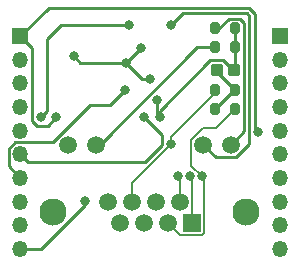
<source format=gtl>
G04 #@! TF.GenerationSoftware,KiCad,Pcbnew,7.0.7*
G04 #@! TF.CreationDate,2023-10-04T16:56:07-06:00*
G04 #@! TF.ProjectId,GigE_Module,47696745-5f4d-46f6-9475-6c652e6b6963,rev?*
G04 #@! TF.SameCoordinates,Original*
G04 #@! TF.FileFunction,Copper,L1,Top*
G04 #@! TF.FilePolarity,Positive*
%FSLAX46Y46*%
G04 Gerber Fmt 4.6, Leading zero omitted, Abs format (unit mm)*
G04 Created by KiCad (PCBNEW 7.0.7) date 2023-10-04 16:56:07*
%MOMM*%
%LPD*%
G01*
G04 APERTURE LIST*
G04 Aperture macros list*
%AMRoundRect*
0 Rectangle with rounded corners*
0 $1 Rounding radius*
0 $2 $3 $4 $5 $6 $7 $8 $9 X,Y pos of 4 corners*
0 Add a 4 corners polygon primitive as box body*
4,1,4,$2,$3,$4,$5,$6,$7,$8,$9,$2,$3,0*
0 Add four circle primitives for the rounded corners*
1,1,$1+$1,$2,$3*
1,1,$1+$1,$4,$5*
1,1,$1+$1,$6,$7*
1,1,$1+$1,$8,$9*
0 Add four rect primitives between the rounded corners*
20,1,$1+$1,$2,$3,$4,$5,0*
20,1,$1+$1,$4,$5,$6,$7,0*
20,1,$1+$1,$6,$7,$8,$9,0*
20,1,$1+$1,$8,$9,$2,$3,0*%
G04 Aperture macros list end*
G04 #@! TA.AperFunction,ComponentPad*
%ADD10R,1.500000X1.500000*%
G04 #@! TD*
G04 #@! TA.AperFunction,ComponentPad*
%ADD11C,1.500000*%
G04 #@! TD*
G04 #@! TA.AperFunction,ComponentPad*
%ADD12C,2.300000*%
G04 #@! TD*
G04 #@! TA.AperFunction,SMDPad,CuDef*
%ADD13RoundRect,0.200000X-0.200000X-0.275000X0.200000X-0.275000X0.200000X0.275000X-0.200000X0.275000X0*%
G04 #@! TD*
G04 #@! TA.AperFunction,ComponentPad*
%ADD14R,1.350000X1.350000*%
G04 #@! TD*
G04 #@! TA.AperFunction,ComponentPad*
%ADD15O,1.350000X1.350000*%
G04 #@! TD*
G04 #@! TA.AperFunction,SMDPad,CuDef*
%ADD16RoundRect,0.250000X-0.287500X-0.275000X0.287500X-0.275000X0.287500X0.275000X-0.287500X0.275000X0*%
G04 #@! TD*
G04 #@! TA.AperFunction,ViaPad*
%ADD17C,0.800000*%
G04 #@! TD*
G04 #@! TA.AperFunction,Conductor*
%ADD18C,0.250000*%
G04 #@! TD*
G04 #@! TA.AperFunction,Conductor*
%ADD19C,0.200000*%
G04 #@! TD*
G04 APERTURE END LIST*
D10*
X148270000Y-101810000D03*
D11*
X147254000Y-100030000D03*
X146238000Y-101810000D03*
X145222000Y-100030000D03*
X144206000Y-101810000D03*
X143190000Y-100030000D03*
X142174000Y-101810000D03*
X141158000Y-100030000D03*
X151570000Y-95210000D03*
X149280000Y-95210000D03*
X140140000Y-95210000D03*
X137850000Y-95210000D03*
D12*
X152840000Y-100920000D03*
X136580000Y-100920000D03*
D13*
X150295000Y-85330000D03*
X151945000Y-85330000D03*
X150295000Y-86930000D03*
X151945000Y-86930000D03*
X150285000Y-90580000D03*
X151935000Y-90580000D03*
D14*
X155772000Y-86025000D03*
D15*
X155772000Y-88025000D03*
X155772000Y-90025000D03*
X155772000Y-92025000D03*
X155772000Y-94025000D03*
X155772000Y-96025000D03*
X155772000Y-98025000D03*
X155772000Y-100025000D03*
X155772000Y-102025000D03*
X155772000Y-104025000D03*
D14*
X133772000Y-86025000D03*
D15*
X133772000Y-88025000D03*
X133772000Y-90025000D03*
X133772000Y-92025000D03*
X133772000Y-94025000D03*
X133772000Y-96025000D03*
X133772000Y-98025000D03*
X133772000Y-100025000D03*
X133772000Y-102025000D03*
X133772000Y-104025000D03*
D16*
X150420000Y-88900000D03*
X151845000Y-88900000D03*
D13*
X150285000Y-92160000D03*
X151935000Y-92160000D03*
D17*
X145560000Y-92840000D03*
X138312000Y-87725000D03*
X142710000Y-88260000D03*
X139240000Y-100000000D03*
X145334503Y-91390500D03*
X143990000Y-87000000D03*
X144780000Y-89640000D03*
X136830000Y-92900000D03*
X153882000Y-94113891D03*
X144237921Y-92840000D03*
X142646502Y-90592642D03*
X143000000Y-85110000D03*
X135504500Y-92900000D03*
X146490000Y-85110000D03*
X148100000Y-97900000D03*
X147085284Y-97900000D03*
X149124718Y-97900000D03*
X146497500Y-95136911D03*
D18*
X151795673Y-88900000D02*
X150945673Y-88050000D01*
X145334503Y-92614503D02*
X145560000Y-92840000D01*
X139240000Y-100000000D02*
X139240000Y-100345966D01*
X143970000Y-87000000D02*
X142710000Y-88260000D01*
X139240000Y-100345966D02*
X135560966Y-104025000D01*
X151845000Y-88900000D02*
X151795673Y-88900000D01*
X151935000Y-88810000D02*
X151845000Y-88900000D01*
X144780000Y-89640000D02*
X144090000Y-89640000D01*
X145334503Y-91390500D02*
X145334503Y-92614503D01*
X151935000Y-87250000D02*
X151935000Y-88810000D01*
X135560966Y-104025000D02*
X133772000Y-104025000D01*
X143990000Y-87000000D02*
X143970000Y-87000000D01*
X150945673Y-88050000D02*
X149860000Y-88050000D01*
X151935000Y-85650000D02*
X151935000Y-87250000D01*
X138312000Y-87725000D02*
X138847000Y-88260000D01*
X149860000Y-88050000D02*
X145560000Y-92350000D01*
X138847000Y-88260000D02*
X142710000Y-88260000D01*
X144090000Y-89640000D02*
X142710000Y-88260000D01*
X145560000Y-92350000D02*
X145560000Y-92840000D01*
X136830000Y-92900000D02*
X136105000Y-93625000D01*
X136105000Y-93625000D02*
X135175000Y-93625000D01*
X134780000Y-93230000D02*
X134780000Y-87033000D01*
X136167000Y-83630000D02*
X133772000Y-86025000D01*
X153607500Y-93839391D02*
X153607500Y-84127500D01*
X134780000Y-87033000D02*
X133772000Y-86025000D01*
X135175000Y-93625000D02*
X134780000Y-93230000D01*
X153882000Y-94113891D02*
X153607500Y-93839391D01*
X153110000Y-83630000D02*
X136167000Y-83630000D01*
X153607500Y-84127500D02*
X153110000Y-83630000D01*
X150420000Y-89065000D02*
X151935000Y-90580000D01*
X151865000Y-90580000D02*
X150285000Y-92160000D01*
X151935000Y-90580000D02*
X151865000Y-90580000D01*
X150420000Y-88900000D02*
X150420000Y-89065000D01*
X152362462Y-84530000D02*
X152707500Y-84875038D01*
X152707500Y-94072500D02*
X151570000Y-95210000D01*
X151405000Y-84530000D02*
X152362462Y-84530000D01*
X150285000Y-85650000D02*
X151405000Y-84530000D01*
X152707500Y-84875038D02*
X152707500Y-94072500D01*
X144333371Y-96700000D02*
X134447000Y-96700000D01*
X145772500Y-95260871D02*
X144333371Y-96700000D01*
X134447000Y-96700000D02*
X133772000Y-96025000D01*
X145772500Y-94411256D02*
X145772500Y-95260871D01*
X144237921Y-92876677D02*
X145772500Y-94411256D01*
X142646502Y-90592642D02*
X141387065Y-91852079D01*
X141387065Y-91852079D02*
X139687641Y-91852079D01*
X133357786Y-95025000D02*
X132772000Y-95610786D01*
X136514720Y-95025000D02*
X133357786Y-95025000D01*
X139687641Y-91852079D02*
X136514720Y-95025000D01*
X132772000Y-95610786D02*
X132772000Y-97025000D01*
X132772000Y-97025000D02*
X133772000Y-98025000D01*
X140490000Y-95210000D02*
X140140000Y-95210000D01*
X150295000Y-86930000D02*
X148770000Y-86930000D01*
X148770000Y-86930000D02*
X140490000Y-95210000D01*
X140140000Y-95040000D02*
X140140000Y-95210000D01*
X137190000Y-85110000D02*
X143000000Y-85110000D01*
X135504500Y-92900000D02*
X136070000Y-92334500D01*
X136070000Y-92334500D02*
X136070000Y-86230000D01*
X136070000Y-86230000D02*
X137190000Y-85110000D01*
X152015280Y-96285000D02*
X150355000Y-96285000D01*
X150355000Y-96285000D02*
X149280000Y-95210000D01*
X146490000Y-85110000D02*
X147520000Y-84080000D01*
X153157500Y-95142780D02*
X152015280Y-96285000D01*
X147520000Y-84080000D02*
X152923604Y-84080000D01*
X153157500Y-84313896D02*
X153157500Y-95142780D01*
X152923604Y-84080000D02*
X153157500Y-84313896D01*
D19*
X148270000Y-101810000D02*
X148304000Y-101776000D01*
X148304000Y-98104000D02*
X148100000Y-97900000D01*
X148304000Y-101776000D02*
X148304000Y-98104000D01*
X147254000Y-100030000D02*
X147254000Y-98068716D01*
X147254000Y-98068716D02*
X147085284Y-97900000D01*
X149124718Y-97900000D02*
X149320000Y-98095282D01*
X148230000Y-94775075D02*
X148230000Y-97005282D01*
X147288000Y-102860000D02*
X146238000Y-101810000D01*
X150330000Y-93765000D02*
X149240075Y-93765000D01*
X148230000Y-97005282D02*
X149124718Y-97900000D01*
X149150000Y-102860000D02*
X147288000Y-102860000D01*
X149240075Y-93765000D02*
X148230000Y-94775075D01*
X149320000Y-98095282D02*
X149320000Y-102690000D01*
X151935000Y-92160000D02*
X150330000Y-93765000D01*
X149320000Y-102690000D02*
X149150000Y-102860000D01*
X146497500Y-95136911D02*
X143190000Y-98444411D01*
X146497500Y-95136911D02*
X146497500Y-94602500D01*
X143190000Y-98444411D02*
X143190000Y-100030000D01*
X146497500Y-94602500D02*
X150285000Y-90815000D01*
X150285000Y-90815000D02*
X150285000Y-90580000D01*
M02*

</source>
